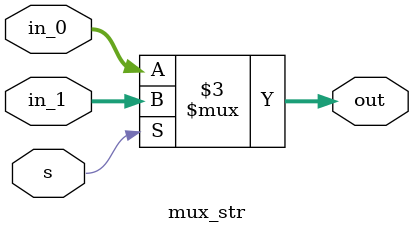
<source format=v>
`timescale 1ns / 1ns


module mux_str(out, s, in_0, in_1);
    output reg [31:0] out;                 // 32-bit output out
    input s;                               // the select line
    input [31:0] in_0;                     // 32-bit inputs for in_0 and in_1
    input [31:0] in_1;

    always @ (in_0 or in_1 or s)
    begin
        if(s)
            out = in_1;                    // if the select is 1, choose input 1   
        else
            out = in_0;                    // if the select is 0, choose input 0
        end
    
endmodule

</source>
